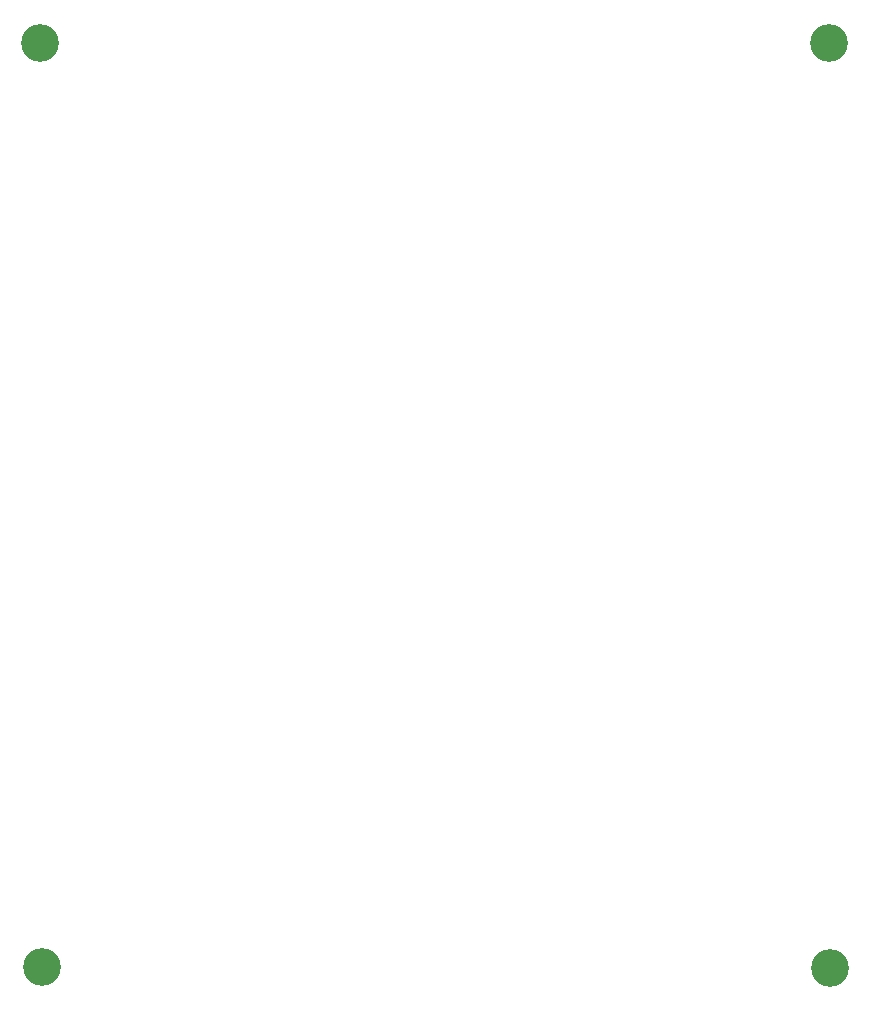
<source format=gbr>
%TF.GenerationSoftware,KiCad,Pcbnew,7.0.9*%
%TF.CreationDate,2024-06-22T09:01:42+05:30*%
%TF.ProjectId,BMS_LV_ADDON,424d535f-4c56-45f4-9144-444f4e2e6b69,rev?*%
%TF.SameCoordinates,Original*%
%TF.FileFunction,NonPlated,1,2,NPTH,Drill*%
%TF.FilePolarity,Positive*%
%FSLAX46Y46*%
G04 Gerber Fmt 4.6, Leading zero omitted, Abs format (unit mm)*
G04 Created by KiCad (PCBNEW 7.0.9) date 2024-06-22 09:01:42*
%MOMM*%
%LPD*%
G01*
G04 APERTURE LIST*
%TA.AperFunction,ComponentDrill*%
%ADD10C,3.200000*%
%TD*%
G04 APERTURE END LIST*
D10*
%TO.C,H1*%
X14863000Y-3400000D03*
%TO.C,H3*%
X15060000Y-81660000D03*
%TO.C,H2*%
X81720000Y-3400000D03*
%TO.C,H4*%
X81750000Y-81720000D03*
M02*

</source>
